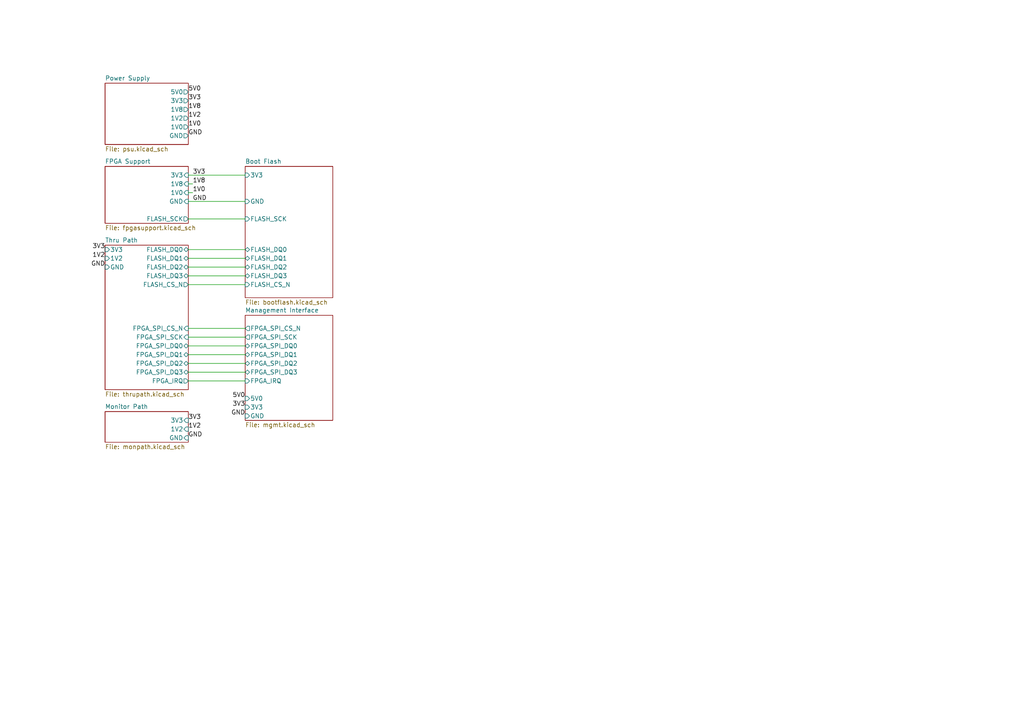
<source format=kicad_sch>
(kicad_sch (version 20211123) (generator eeschema)
  (paper "A4")
  (title_block (title "Active 10/100/1000baseT Tap") (date "2022-12-20") (rev "0.1") (company "Antikernel Labs") (comment 1 "Andrew D. Zonenberg"))
  (lib_symbols)
  (wire (pts (xy 54.61 80.01) (xy 71.12 80.01)))
  (wire (pts (xy 54.61 58.42) (xy 71.12 58.42)))
  (wire (pts (xy 54.61 53.34) (xy 55.88 53.34)))
  (wire (pts (xy 54.61 77.47) (xy 71.12 77.47)))
  (wire (pts (xy 54.61 100.33) (xy 71.12 100.33)))
  (wire (pts (xy 54.61 63.5) (xy 71.12 63.5)))
  (wire (pts (xy 54.61 102.87) (xy 71.12 102.87)))
  (wire (pts (xy 54.61 110.49) (xy 71.12 110.49)))
  (wire (pts (xy 54.61 95.25) (xy 71.12 95.25)))
  (wire (pts (xy 54.61 107.95) (xy 71.12 107.95)))
  (wire (pts (xy 54.61 97.79) (xy 71.12 97.79)))
  (wire (pts (xy 54.61 82.55) (xy 71.12 82.55)))
  (wire (pts (xy 54.61 55.88) (xy 55.88 55.88)))
  (wire (pts (xy 54.61 50.8) (xy 71.12 50.8)))
  (wire (pts (xy 54.61 105.41) (xy 71.12 105.41)))
  (wire (pts (xy 54.61 74.93) (xy 71.12 74.93)))
  (wire (pts (xy 54.61 72.39) (xy 71.12 72.39)))
  (label "3V3" (at 71.12 118.11 180))
  (label "5V0" (at 54.61 26.67 0))
  (label "GND" (at 54.61 39.37 0))
  (label "GND" (at 55.88 58.42 0))
  (label "1V8" (at 54.61 31.75 0))
  (label "GND" (at 71.12 120.65 180))
  (label "1V0" (at 55.88 55.88 0))
  (label "1V8" (at 55.88 53.34 0))
  (label "3V3" (at 54.61 29.21 0))
  (label "3V3" (at 54.61 121.92 0))
  (label "3V3" (at 30.48 72.39 180))
  (label "5V0" (at 71.12 115.57 180))
  (label "GND" (at 54.61 127 0))
  (label "1V2" (at 54.61 34.29 0))
  (label "GND" (at 30.48 77.47 180))
  (label "1V2" (at 30.48 74.93 180))
  (label "1V2" (at 54.61 124.46 0))
  (label "1V0" (at 54.61 36.83 0))
  (label "3V3" (at 55.88 50.8 0))
  (sheet (at 71.12 91.44) (size 25.4 30.48) (stroke (width 0.1524))
    (property "Sheet name" "Management Interface" (at 71.12 90.7284 0) (effects (justify left bottom)))
    (property "Sheet file" "mgmt.kicad_sch" (at 71.12 122.5046 0) (effects (justify left top)))
    (pin "FPGA_SPI_SCK" output (at 71.12 97.79 180))
    (pin "FPGA_SPI_CS_N" output (at 71.12 95.25 180))
    (pin "5V0" input (at 71.12 115.57 180))
    (pin "FPGA_SPI_DQ3" bidirectional (at 71.12 107.95 180))
    (pin "FPGA_SPI_DQ0" bidirectional (at 71.12 100.33 180))
    (pin "FPGA_IRQ" input (at 71.12 110.49 180))
    (pin "FPGA_SPI_DQ1" bidirectional (at 71.12 102.87 180))
    (pin "FPGA_SPI_DQ2" bidirectional (at 71.12 105.41 180))
    (pin "3V3" input (at 71.12 118.11 180))
    (pin "GND" input (at 71.12 120.65 180))
  )
  (sheet (at 71.12 48.26) (size 25.4 38.1) (stroke (width 0.1524))
    (property "Sheet name" "Boot Flash" (at 71.12 47.5484 0) (effects (justify left bottom)))
    (property "Sheet file" "bootflash.kicad_sch" (at 71.12 86.9446 0) (effects (justify left top)))
    (pin "3V3" input (at 71.12 50.8 180))
    (pin "FLASH_CS_N" input (at 71.12 82.55 180))
    (pin "FLASH_SCK" input (at 71.12 63.5 180))
    (pin "FLASH_DQ0" bidirectional (at 71.12 72.39 180))
    (pin "FLASH_DQ1" bidirectional (at 71.12 74.93 180))
    (pin "FLASH_DQ2" bidirectional (at 71.12 77.47 180))
    (pin "FLASH_DQ3" bidirectional (at 71.12 80.01 180))
    (pin "GND" input (at 71.12 58.42 180))
  )
  (sheet (at 30.48 71.12) (size 24.13 41.91) (stroke (width 0.1524))
    (property "Sheet name" "Thru Path" (at 30.48 70.4084 0) (effects (justify left bottom)))
    (property "Sheet file" "thrupath.kicad_sch" (at 30.48 113.6146 0) (effects (justify left top)))
    (pin "3V3" input (at 30.48 72.39 180))
    (pin "1V2" input (at 30.48 74.93 180))
    (pin "GND" input (at 30.48 77.47 180))
    (pin "FLASH_DQ0" bidirectional (at 54.61 72.39 0))
    (pin "FLASH_DQ1" bidirectional (at 54.61 74.93 0))
    (pin "FLASH_CS_N" output (at 54.61 82.55 0))
    (pin "FLASH_DQ2" bidirectional (at 54.61 77.47 0))
    (pin "FLASH_DQ3" bidirectional (at 54.61 80.01 0))
    (pin "FPGA_SPI_CS_N" input (at 54.61 95.25 0))
    (pin "FPGA_SPI_SCK" input (at 54.61 97.79 0))
    (pin "FPGA_SPI_DQ0" bidirectional (at 54.61 100.33 0))
    (pin "FPGA_SPI_DQ1" bidirectional (at 54.61 102.87 0))
    (pin "FPGA_SPI_DQ2" bidirectional (at 54.61 105.41 0))
    (pin "FPGA_SPI_DQ3" bidirectional (at 54.61 107.95 0))
    (pin "FPGA_IRQ" output (at 54.61 110.49 0))
  )
  (sheet (at 30.48 48.26) (size 24.13 16.51) (stroke (width 0.1524))
    (property "Sheet name" "FPGA Support" (at 30.48 47.5484 0) (effects (justify left bottom)))
    (property "Sheet file" "fpgasupport.kicad_sch" (at 30.48 65.3546 0) (effects (justify left top)))
    (pin "1V0" input (at 54.61 55.88 0))
    (pin "GND" input (at 54.61 58.42 0))
    (pin "3V3" input (at 54.61 50.8 0))
    (pin "1V8" input (at 54.61 53.34 0))
    (pin "FLASH_SCK" output (at 54.61 63.5 0))
  )
  (sheet (at 30.48 24.13) (size 24.13 17.78) (stroke (width 0.1524))
    (property "Sheet name" "Power Supply" (at 30.48 23.4184 0) (effects (justify left bottom)))
    (property "Sheet file" "psu.kicad_sch" (at 30.48 42.4946 0) (effects (justify left top)))
    (pin "1V0" output (at 54.61 36.83 0))
    (pin "1V2" output (at 54.61 34.29 0))
    (pin "1V8" output (at 54.61 31.75 0))
    (pin "3V3" output (at 54.61 29.21 0))
    (pin "5V0" output (at 54.61 26.67 0))
    (pin "GND" output (at 54.61 39.37 0))
  )
  (sheet (at 30.48 119.38) (size 24.13 8.89) (stroke (width 0.1524))
    (property "Sheet name" "Monitor Path" (at 30.48 118.6684 0) (effects (justify left bottom)))
    (property "Sheet file" "monpath.kicad_sch" (at 30.48 128.8546 0) (effects (justify left top)))
    (pin "1V2" input (at 54.61 124.46 0))
    (pin "GND" input (at 54.61 127 0))
    (pin "3V3" input (at 54.61 121.92 0))
  )
)
</source>
